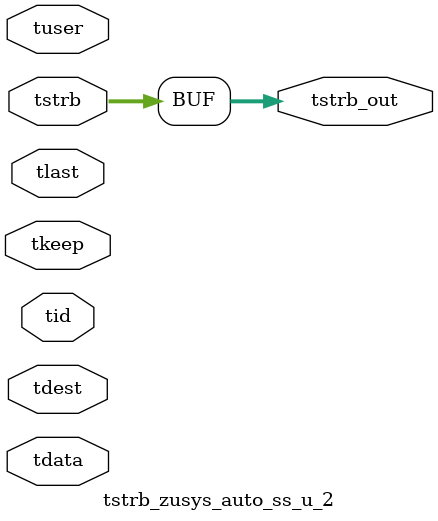
<source format=v>


`timescale 1ps/1ps

module tstrb_zusys_auto_ss_u_2 #
(
parameter C_S_AXIS_TDATA_WIDTH = 32,
parameter C_S_AXIS_TUSER_WIDTH = 0,
parameter C_S_AXIS_TID_WIDTH   = 0,
parameter C_S_AXIS_TDEST_WIDTH = 0,
parameter C_M_AXIS_TDATA_WIDTH = 32
)
(
input  [(C_S_AXIS_TDATA_WIDTH == 0 ? 1 : C_S_AXIS_TDATA_WIDTH)-1:0     ] tdata,
input  [(C_S_AXIS_TUSER_WIDTH == 0 ? 1 : C_S_AXIS_TUSER_WIDTH)-1:0     ] tuser,
input  [(C_S_AXIS_TID_WIDTH   == 0 ? 1 : C_S_AXIS_TID_WIDTH)-1:0       ] tid,
input  [(C_S_AXIS_TDEST_WIDTH == 0 ? 1 : C_S_AXIS_TDEST_WIDTH)-1:0     ] tdest,
input  [(C_S_AXIS_TDATA_WIDTH/8)-1:0 ] tkeep,
input  [(C_S_AXIS_TDATA_WIDTH/8)-1:0 ] tstrb,
input                                                                    tlast,
output [(C_M_AXIS_TDATA_WIDTH/8)-1:0 ] tstrb_out
);

assign tstrb_out = {tstrb[3:0]};

endmodule


</source>
